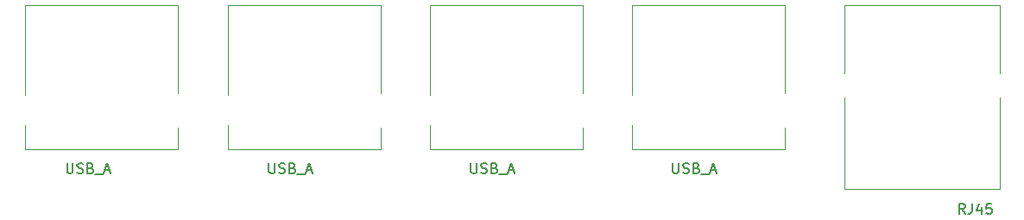
<source format=gbr>
G04 #@! TF.FileFunction,Legend,Top*
%FSLAX46Y46*%
G04 Gerber Fmt 4.6, Leading zero omitted, Abs format (unit mm)*
G04 Created by KiCad (PCBNEW 4.0.7) date 12/08/18 15:09:25*
%MOMM*%
%LPD*%
G01*
G04 APERTURE LIST*
%ADD10C,0.100000*%
%ADD11C,0.120000*%
%ADD12C,0.150000*%
G04 APERTURE END LIST*
D10*
D11*
X68609200Y-76664000D02*
X68609200Y-74334000D01*
X83599200Y-76664000D02*
X83599200Y-74544000D01*
X68609200Y-76664000D02*
X83599200Y-76664000D01*
X68609200Y-62574000D02*
X83599200Y-62574000D01*
X68609200Y-71374000D02*
X68609200Y-62574000D01*
X83599200Y-71174000D02*
X83599200Y-62574000D01*
X88472000Y-76664000D02*
X88472000Y-74334000D01*
X103462000Y-76664000D02*
X103462000Y-74544000D01*
X88472000Y-76664000D02*
X103462000Y-76664000D01*
X88472000Y-62574000D02*
X103462000Y-62574000D01*
X88472000Y-71374000D02*
X88472000Y-62574000D01*
X103462000Y-71174000D02*
X103462000Y-62574000D01*
X108284000Y-76664000D02*
X108284000Y-74334000D01*
X123274000Y-76664000D02*
X123274000Y-74544000D01*
X108284000Y-76664000D02*
X123274000Y-76664000D01*
X108284000Y-62574000D02*
X123274000Y-62574000D01*
X108284000Y-71374000D02*
X108284000Y-62574000D01*
X123274000Y-71174000D02*
X123274000Y-62574000D01*
X128096000Y-76664000D02*
X128096000Y-74334000D01*
X143086000Y-76664000D02*
X143086000Y-74544000D01*
X128096000Y-76664000D02*
X143086000Y-76664000D01*
X128096000Y-62574000D02*
X143086000Y-62574000D01*
X128096000Y-71374000D02*
X128096000Y-62574000D01*
X143086000Y-71174000D02*
X143086000Y-62574000D01*
X164170000Y-62580000D02*
X148930000Y-62580000D01*
X148930000Y-80610000D02*
X148940000Y-71620000D01*
X148930000Y-80610000D02*
X164170000Y-80610000D01*
X164170000Y-80610000D02*
X164170000Y-71610000D01*
X148940000Y-69280000D02*
X148930000Y-62580000D01*
X164170000Y-69290000D02*
X164170000Y-62580000D01*
D12*
X72728571Y-78052381D02*
X72728571Y-78861905D01*
X72776190Y-78957143D01*
X72823809Y-79004762D01*
X72919047Y-79052381D01*
X73109524Y-79052381D01*
X73204762Y-79004762D01*
X73252381Y-78957143D01*
X73300000Y-78861905D01*
X73300000Y-78052381D01*
X73728571Y-79004762D02*
X73871428Y-79052381D01*
X74109524Y-79052381D01*
X74204762Y-79004762D01*
X74252381Y-78957143D01*
X74300000Y-78861905D01*
X74300000Y-78766667D01*
X74252381Y-78671429D01*
X74204762Y-78623810D01*
X74109524Y-78576190D01*
X73919047Y-78528571D01*
X73823809Y-78480952D01*
X73776190Y-78433333D01*
X73728571Y-78338095D01*
X73728571Y-78242857D01*
X73776190Y-78147619D01*
X73823809Y-78100000D01*
X73919047Y-78052381D01*
X74157143Y-78052381D01*
X74300000Y-78100000D01*
X75061905Y-78528571D02*
X75204762Y-78576190D01*
X75252381Y-78623810D01*
X75300000Y-78719048D01*
X75300000Y-78861905D01*
X75252381Y-78957143D01*
X75204762Y-79004762D01*
X75109524Y-79052381D01*
X74728571Y-79052381D01*
X74728571Y-78052381D01*
X75061905Y-78052381D01*
X75157143Y-78100000D01*
X75204762Y-78147619D01*
X75252381Y-78242857D01*
X75252381Y-78338095D01*
X75204762Y-78433333D01*
X75157143Y-78480952D01*
X75061905Y-78528571D01*
X74728571Y-78528571D01*
X75490476Y-79147619D02*
X76252381Y-79147619D01*
X76442857Y-78766667D02*
X76919048Y-78766667D01*
X76347619Y-79052381D02*
X76680952Y-78052381D01*
X77014286Y-79052381D01*
X92528571Y-78052381D02*
X92528571Y-78861905D01*
X92576190Y-78957143D01*
X92623809Y-79004762D01*
X92719047Y-79052381D01*
X92909524Y-79052381D01*
X93004762Y-79004762D01*
X93052381Y-78957143D01*
X93100000Y-78861905D01*
X93100000Y-78052381D01*
X93528571Y-79004762D02*
X93671428Y-79052381D01*
X93909524Y-79052381D01*
X94004762Y-79004762D01*
X94052381Y-78957143D01*
X94100000Y-78861905D01*
X94100000Y-78766667D01*
X94052381Y-78671429D01*
X94004762Y-78623810D01*
X93909524Y-78576190D01*
X93719047Y-78528571D01*
X93623809Y-78480952D01*
X93576190Y-78433333D01*
X93528571Y-78338095D01*
X93528571Y-78242857D01*
X93576190Y-78147619D01*
X93623809Y-78100000D01*
X93719047Y-78052381D01*
X93957143Y-78052381D01*
X94100000Y-78100000D01*
X94861905Y-78528571D02*
X95004762Y-78576190D01*
X95052381Y-78623810D01*
X95100000Y-78719048D01*
X95100000Y-78861905D01*
X95052381Y-78957143D01*
X95004762Y-79004762D01*
X94909524Y-79052381D01*
X94528571Y-79052381D01*
X94528571Y-78052381D01*
X94861905Y-78052381D01*
X94957143Y-78100000D01*
X95004762Y-78147619D01*
X95052381Y-78242857D01*
X95052381Y-78338095D01*
X95004762Y-78433333D01*
X94957143Y-78480952D01*
X94861905Y-78528571D01*
X94528571Y-78528571D01*
X95290476Y-79147619D02*
X96052381Y-79147619D01*
X96242857Y-78766667D02*
X96719048Y-78766667D01*
X96147619Y-79052381D02*
X96480952Y-78052381D01*
X96814286Y-79052381D01*
X112328571Y-78052381D02*
X112328571Y-78861905D01*
X112376190Y-78957143D01*
X112423809Y-79004762D01*
X112519047Y-79052381D01*
X112709524Y-79052381D01*
X112804762Y-79004762D01*
X112852381Y-78957143D01*
X112900000Y-78861905D01*
X112900000Y-78052381D01*
X113328571Y-79004762D02*
X113471428Y-79052381D01*
X113709524Y-79052381D01*
X113804762Y-79004762D01*
X113852381Y-78957143D01*
X113900000Y-78861905D01*
X113900000Y-78766667D01*
X113852381Y-78671429D01*
X113804762Y-78623810D01*
X113709524Y-78576190D01*
X113519047Y-78528571D01*
X113423809Y-78480952D01*
X113376190Y-78433333D01*
X113328571Y-78338095D01*
X113328571Y-78242857D01*
X113376190Y-78147619D01*
X113423809Y-78100000D01*
X113519047Y-78052381D01*
X113757143Y-78052381D01*
X113900000Y-78100000D01*
X114661905Y-78528571D02*
X114804762Y-78576190D01*
X114852381Y-78623810D01*
X114900000Y-78719048D01*
X114900000Y-78861905D01*
X114852381Y-78957143D01*
X114804762Y-79004762D01*
X114709524Y-79052381D01*
X114328571Y-79052381D01*
X114328571Y-78052381D01*
X114661905Y-78052381D01*
X114757143Y-78100000D01*
X114804762Y-78147619D01*
X114852381Y-78242857D01*
X114852381Y-78338095D01*
X114804762Y-78433333D01*
X114757143Y-78480952D01*
X114661905Y-78528571D01*
X114328571Y-78528571D01*
X115090476Y-79147619D02*
X115852381Y-79147619D01*
X116042857Y-78766667D02*
X116519048Y-78766667D01*
X115947619Y-79052381D02*
X116280952Y-78052381D01*
X116614286Y-79052381D01*
X132128571Y-78052381D02*
X132128571Y-78861905D01*
X132176190Y-78957143D01*
X132223809Y-79004762D01*
X132319047Y-79052381D01*
X132509524Y-79052381D01*
X132604762Y-79004762D01*
X132652381Y-78957143D01*
X132700000Y-78861905D01*
X132700000Y-78052381D01*
X133128571Y-79004762D02*
X133271428Y-79052381D01*
X133509524Y-79052381D01*
X133604762Y-79004762D01*
X133652381Y-78957143D01*
X133700000Y-78861905D01*
X133700000Y-78766667D01*
X133652381Y-78671429D01*
X133604762Y-78623810D01*
X133509524Y-78576190D01*
X133319047Y-78528571D01*
X133223809Y-78480952D01*
X133176190Y-78433333D01*
X133128571Y-78338095D01*
X133128571Y-78242857D01*
X133176190Y-78147619D01*
X133223809Y-78100000D01*
X133319047Y-78052381D01*
X133557143Y-78052381D01*
X133700000Y-78100000D01*
X134461905Y-78528571D02*
X134604762Y-78576190D01*
X134652381Y-78623810D01*
X134700000Y-78719048D01*
X134700000Y-78861905D01*
X134652381Y-78957143D01*
X134604762Y-79004762D01*
X134509524Y-79052381D01*
X134128571Y-79052381D01*
X134128571Y-78052381D01*
X134461905Y-78052381D01*
X134557143Y-78100000D01*
X134604762Y-78147619D01*
X134652381Y-78242857D01*
X134652381Y-78338095D01*
X134604762Y-78433333D01*
X134557143Y-78480952D01*
X134461905Y-78528571D01*
X134128571Y-78528571D01*
X134890476Y-79147619D02*
X135652381Y-79147619D01*
X135842857Y-78766667D02*
X136319048Y-78766667D01*
X135747619Y-79052381D02*
X136080952Y-78052381D01*
X136414286Y-79052381D01*
X160776191Y-83052381D02*
X160442857Y-82576190D01*
X160204762Y-83052381D02*
X160204762Y-82052381D01*
X160585715Y-82052381D01*
X160680953Y-82100000D01*
X160728572Y-82147619D01*
X160776191Y-82242857D01*
X160776191Y-82385714D01*
X160728572Y-82480952D01*
X160680953Y-82528571D01*
X160585715Y-82576190D01*
X160204762Y-82576190D01*
X161490477Y-82052381D02*
X161490477Y-82766667D01*
X161442857Y-82909524D01*
X161347619Y-83004762D01*
X161204762Y-83052381D01*
X161109524Y-83052381D01*
X162395239Y-82385714D02*
X162395239Y-83052381D01*
X162157143Y-82004762D02*
X161919048Y-82719048D01*
X162538096Y-82719048D01*
X163395239Y-82052381D02*
X162919048Y-82052381D01*
X162871429Y-82528571D01*
X162919048Y-82480952D01*
X163014286Y-82433333D01*
X163252382Y-82433333D01*
X163347620Y-82480952D01*
X163395239Y-82528571D01*
X163442858Y-82623810D01*
X163442858Y-82861905D01*
X163395239Y-82957143D01*
X163347620Y-83004762D01*
X163252382Y-83052381D01*
X163014286Y-83052381D01*
X162919048Y-83004762D01*
X162871429Y-82957143D01*
M02*

</source>
